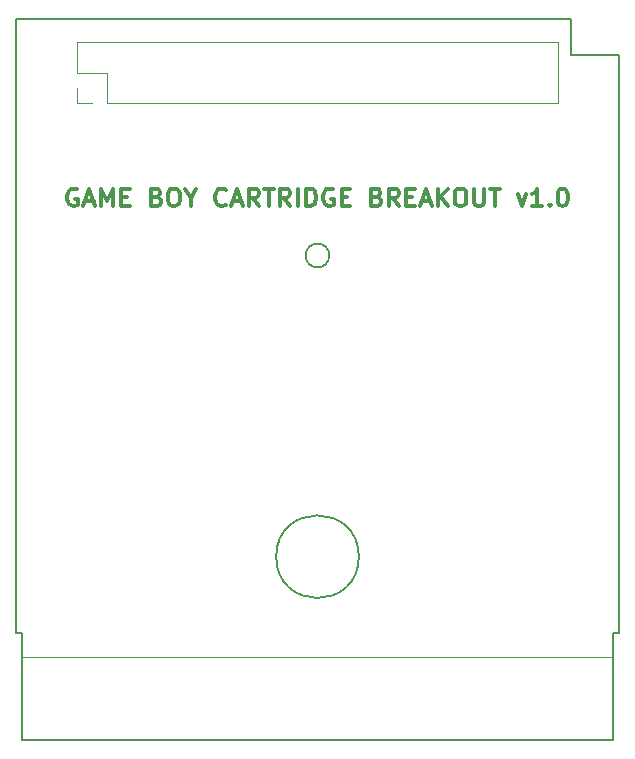
<source format=gto>
G04 #@! TF.GenerationSoftware,KiCad,Pcbnew,(5.1.4)-1*
G04 #@! TF.CreationDate,2019-09-21T23:03:51-04:00*
G04 #@! TF.ProjectId,GameBoyCartridgeBreakout,47616d65-426f-4794-9361-727472696467,rev?*
G04 #@! TF.SameCoordinates,Original*
G04 #@! TF.FileFunction,Legend,Top*
G04 #@! TF.FilePolarity,Positive*
%FSLAX46Y46*%
G04 Gerber Fmt 4.6, Leading zero omitted, Abs format (unit mm)*
G04 Created by KiCad (PCBNEW (5.1.4)-1) date 2019-09-21 23:03:51*
%MOMM*%
%LPD*%
G04 APERTURE LIST*
%ADD10C,0.300000*%
%ADD11C,0.200000*%
%ADD12C,0.120000*%
G04 APERTURE END LIST*
D10*
X129678571Y-57150000D02*
X129535714Y-57078571D01*
X129321428Y-57078571D01*
X129107142Y-57150000D01*
X128964285Y-57292857D01*
X128892857Y-57435714D01*
X128821428Y-57721428D01*
X128821428Y-57935714D01*
X128892857Y-58221428D01*
X128964285Y-58364285D01*
X129107142Y-58507142D01*
X129321428Y-58578571D01*
X129464285Y-58578571D01*
X129678571Y-58507142D01*
X129750000Y-58435714D01*
X129750000Y-57935714D01*
X129464285Y-57935714D01*
X130321428Y-58150000D02*
X131035714Y-58150000D01*
X130178571Y-58578571D02*
X130678571Y-57078571D01*
X131178571Y-58578571D01*
X131678571Y-58578571D02*
X131678571Y-57078571D01*
X132178571Y-58150000D01*
X132678571Y-57078571D01*
X132678571Y-58578571D01*
X133392857Y-57792857D02*
X133892857Y-57792857D01*
X134107142Y-58578571D02*
X133392857Y-58578571D01*
X133392857Y-57078571D01*
X134107142Y-57078571D01*
X136392857Y-57792857D02*
X136607142Y-57864285D01*
X136678571Y-57935714D01*
X136750000Y-58078571D01*
X136750000Y-58292857D01*
X136678571Y-58435714D01*
X136607142Y-58507142D01*
X136464285Y-58578571D01*
X135892857Y-58578571D01*
X135892857Y-57078571D01*
X136392857Y-57078571D01*
X136535714Y-57150000D01*
X136607142Y-57221428D01*
X136678571Y-57364285D01*
X136678571Y-57507142D01*
X136607142Y-57650000D01*
X136535714Y-57721428D01*
X136392857Y-57792857D01*
X135892857Y-57792857D01*
X137678571Y-57078571D02*
X137964285Y-57078571D01*
X138107142Y-57150000D01*
X138250000Y-57292857D01*
X138321428Y-57578571D01*
X138321428Y-58078571D01*
X138250000Y-58364285D01*
X138107142Y-58507142D01*
X137964285Y-58578571D01*
X137678571Y-58578571D01*
X137535714Y-58507142D01*
X137392857Y-58364285D01*
X137321428Y-58078571D01*
X137321428Y-57578571D01*
X137392857Y-57292857D01*
X137535714Y-57150000D01*
X137678571Y-57078571D01*
X139250000Y-57864285D02*
X139250000Y-58578571D01*
X138750000Y-57078571D02*
X139250000Y-57864285D01*
X139750000Y-57078571D01*
X142250000Y-58435714D02*
X142178571Y-58507142D01*
X141964285Y-58578571D01*
X141821428Y-58578571D01*
X141607142Y-58507142D01*
X141464285Y-58364285D01*
X141392857Y-58221428D01*
X141321428Y-57935714D01*
X141321428Y-57721428D01*
X141392857Y-57435714D01*
X141464285Y-57292857D01*
X141607142Y-57150000D01*
X141821428Y-57078571D01*
X141964285Y-57078571D01*
X142178571Y-57150000D01*
X142250000Y-57221428D01*
X142821428Y-58150000D02*
X143535714Y-58150000D01*
X142678571Y-58578571D02*
X143178571Y-57078571D01*
X143678571Y-58578571D01*
X145035714Y-58578571D02*
X144535714Y-57864285D01*
X144178571Y-58578571D02*
X144178571Y-57078571D01*
X144750000Y-57078571D01*
X144892857Y-57150000D01*
X144964285Y-57221428D01*
X145035714Y-57364285D01*
X145035714Y-57578571D01*
X144964285Y-57721428D01*
X144892857Y-57792857D01*
X144750000Y-57864285D01*
X144178571Y-57864285D01*
X145464285Y-57078571D02*
X146321428Y-57078571D01*
X145892857Y-58578571D02*
X145892857Y-57078571D01*
X147678571Y-58578571D02*
X147178571Y-57864285D01*
X146821428Y-58578571D02*
X146821428Y-57078571D01*
X147392857Y-57078571D01*
X147535714Y-57150000D01*
X147607142Y-57221428D01*
X147678571Y-57364285D01*
X147678571Y-57578571D01*
X147607142Y-57721428D01*
X147535714Y-57792857D01*
X147392857Y-57864285D01*
X146821428Y-57864285D01*
X148321428Y-58578571D02*
X148321428Y-57078571D01*
X149035714Y-58578571D02*
X149035714Y-57078571D01*
X149392857Y-57078571D01*
X149607142Y-57150000D01*
X149750000Y-57292857D01*
X149821428Y-57435714D01*
X149892857Y-57721428D01*
X149892857Y-57935714D01*
X149821428Y-58221428D01*
X149750000Y-58364285D01*
X149607142Y-58507142D01*
X149392857Y-58578571D01*
X149035714Y-58578571D01*
X151321428Y-57150000D02*
X151178571Y-57078571D01*
X150964285Y-57078571D01*
X150750000Y-57150000D01*
X150607142Y-57292857D01*
X150535714Y-57435714D01*
X150464285Y-57721428D01*
X150464285Y-57935714D01*
X150535714Y-58221428D01*
X150607142Y-58364285D01*
X150750000Y-58507142D01*
X150964285Y-58578571D01*
X151107142Y-58578571D01*
X151321428Y-58507142D01*
X151392857Y-58435714D01*
X151392857Y-57935714D01*
X151107142Y-57935714D01*
X152035714Y-57792857D02*
X152535714Y-57792857D01*
X152750000Y-58578571D02*
X152035714Y-58578571D01*
X152035714Y-57078571D01*
X152750000Y-57078571D01*
X155035714Y-57792857D02*
X155250000Y-57864285D01*
X155321428Y-57935714D01*
X155392857Y-58078571D01*
X155392857Y-58292857D01*
X155321428Y-58435714D01*
X155250000Y-58507142D01*
X155107142Y-58578571D01*
X154535714Y-58578571D01*
X154535714Y-57078571D01*
X155035714Y-57078571D01*
X155178571Y-57150000D01*
X155250000Y-57221428D01*
X155321428Y-57364285D01*
X155321428Y-57507142D01*
X155250000Y-57650000D01*
X155178571Y-57721428D01*
X155035714Y-57792857D01*
X154535714Y-57792857D01*
X156892857Y-58578571D02*
X156392857Y-57864285D01*
X156035714Y-58578571D02*
X156035714Y-57078571D01*
X156607142Y-57078571D01*
X156750000Y-57150000D01*
X156821428Y-57221428D01*
X156892857Y-57364285D01*
X156892857Y-57578571D01*
X156821428Y-57721428D01*
X156750000Y-57792857D01*
X156607142Y-57864285D01*
X156035714Y-57864285D01*
X157535714Y-57792857D02*
X158035714Y-57792857D01*
X158250000Y-58578571D02*
X157535714Y-58578571D01*
X157535714Y-57078571D01*
X158250000Y-57078571D01*
X158821428Y-58150000D02*
X159535714Y-58150000D01*
X158678571Y-58578571D02*
X159178571Y-57078571D01*
X159678571Y-58578571D01*
X160178571Y-58578571D02*
X160178571Y-57078571D01*
X161035714Y-58578571D02*
X160392857Y-57721428D01*
X161035714Y-57078571D02*
X160178571Y-57935714D01*
X161964285Y-57078571D02*
X162250000Y-57078571D01*
X162392857Y-57150000D01*
X162535714Y-57292857D01*
X162607142Y-57578571D01*
X162607142Y-58078571D01*
X162535714Y-58364285D01*
X162392857Y-58507142D01*
X162250000Y-58578571D01*
X161964285Y-58578571D01*
X161821428Y-58507142D01*
X161678571Y-58364285D01*
X161607142Y-58078571D01*
X161607142Y-57578571D01*
X161678571Y-57292857D01*
X161821428Y-57150000D01*
X161964285Y-57078571D01*
X163250000Y-57078571D02*
X163250000Y-58292857D01*
X163321428Y-58435714D01*
X163392857Y-58507142D01*
X163535714Y-58578571D01*
X163821428Y-58578571D01*
X163964285Y-58507142D01*
X164035714Y-58435714D01*
X164107142Y-58292857D01*
X164107142Y-57078571D01*
X164607142Y-57078571D02*
X165464285Y-57078571D01*
X165035714Y-58578571D02*
X165035714Y-57078571D01*
X166964285Y-57578571D02*
X167321428Y-58578571D01*
X167678571Y-57578571D01*
X169035714Y-58578571D02*
X168178571Y-58578571D01*
X168607142Y-58578571D02*
X168607142Y-57078571D01*
X168464285Y-57292857D01*
X168321428Y-57435714D01*
X168178571Y-57507142D01*
X169678571Y-58435714D02*
X169750000Y-58507142D01*
X169678571Y-58578571D01*
X169607142Y-58507142D01*
X169678571Y-58435714D01*
X169678571Y-58578571D01*
X170678571Y-57078571D02*
X170821428Y-57078571D01*
X170964285Y-57150000D01*
X171035714Y-57221428D01*
X171107142Y-57364285D01*
X171178571Y-57650000D01*
X171178571Y-58007142D01*
X171107142Y-58292857D01*
X171035714Y-58435714D01*
X170964285Y-58507142D01*
X170821428Y-58578571D01*
X170678571Y-58578571D01*
X170535714Y-58507142D01*
X170464285Y-58435714D01*
X170392857Y-58292857D01*
X170321428Y-58007142D01*
X170321428Y-57650000D01*
X170392857Y-57364285D01*
X170464285Y-57221428D01*
X170535714Y-57150000D01*
X170678571Y-57078571D01*
D11*
X151000000Y-62750000D02*
G75*
G03X151000000Y-62750000I-1000000J0D01*
G01*
X153500000Y-88250000D02*
G75*
G03X153500000Y-88250000I-3500000J0D01*
G01*
X171500000Y-45750000D02*
X175500000Y-45750000D01*
X171500000Y-42750000D02*
X171500000Y-45750000D01*
X124500000Y-42750000D02*
X171500000Y-42750000D01*
X175500000Y-94750000D02*
X175500000Y-45750000D01*
X124500000Y-94750000D02*
X124500000Y-42750000D01*
X175000000Y-94750000D02*
X175500000Y-94750000D01*
X175000000Y-103750000D02*
X175000000Y-94750000D01*
X125000000Y-103750000D02*
X175000000Y-103750000D01*
X124500000Y-94750000D02*
X125000000Y-94750000D01*
X125000000Y-103750000D02*
X125000000Y-94750000D01*
D12*
X125000000Y-96750000D02*
X125000000Y-103750000D01*
X175000000Y-103750000D02*
X175000000Y-96750000D01*
X125000000Y-103750000D02*
X175000000Y-103750000D01*
X125000000Y-96750000D02*
X175000000Y-96750000D01*
X170380000Y-49870000D02*
X170380000Y-44670000D01*
X132220000Y-49870000D02*
X170380000Y-49870000D01*
X129620000Y-44670000D02*
X170380000Y-44670000D01*
X132220000Y-49870000D02*
X132220000Y-47270000D01*
X132220000Y-47270000D02*
X129620000Y-47270000D01*
X129620000Y-47270000D02*
X129620000Y-44670000D01*
X130950000Y-49870000D02*
X129620000Y-49870000D01*
X129620000Y-49870000D02*
X129620000Y-48540000D01*
M02*

</source>
